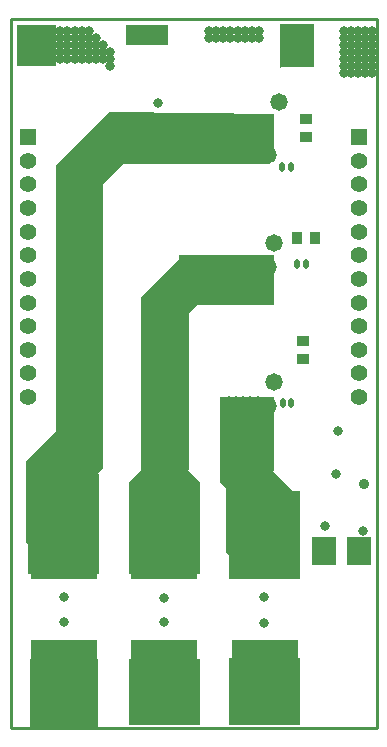
<source format=gbs>
G04*
G04 #@! TF.GenerationSoftware,Altium Limited,Altium Designer,22.10.1 (41)*
G04*
G04 Layer_Color=16711935*
%FSLAX25Y25*%
%MOIN*%
G70*
G04*
G04 #@! TF.SameCoordinates,59214271-F8BB-42CD-AB19-65BC4A0A980D*
G04*
G04*
G04 #@! TF.FilePolarity,Negative*
G04*
G01*
G75*
%ADD13C,0.01000*%
%ADD34R,0.03556X0.04343*%
G04:AMPARAMS|DCode=37|XSize=19.81mil|YSize=31.62mil|CornerRadius=8.13mil|HoleSize=0mil|Usage=FLASHONLY|Rotation=180.000|XOffset=0mil|YOffset=0mil|HoleType=Round|Shape=RoundedRectangle|*
%AMROUNDEDRECTD37*
21,1,0.01981,0.01535,0,0,180.0*
21,1,0.00354,0.03162,0,0,180.0*
1,1,0.01627,-0.00177,0.00768*
1,1,0.01627,0.00177,0.00768*
1,1,0.01627,0.00177,-0.00768*
1,1,0.01627,-0.00177,-0.00768*
%
%ADD37ROUNDEDRECTD37*%
%ADD38O,0.01981X0.03162*%
%ADD47R,0.04343X0.03556*%
%ADD48C,0.05524*%
%ADD49R,0.05524X0.05524*%
%ADD50C,0.03162*%
%ADD51C,0.03600*%
%ADD52C,0.05800*%
%ADD67R,0.22453X0.12020*%
%ADD68R,0.07887X0.09658*%
G36*
X58268Y227559D02*
X44488D01*
Y234252D01*
X58268D01*
Y227559D01*
D02*
G37*
G36*
X20866Y220472D02*
X20866Y220472D01*
X7874D01*
X7874Y234252D01*
X20866D01*
Y220472D01*
D02*
G37*
G36*
X107087Y234646D02*
Y220079D01*
X96063D01*
X95669Y219685D01*
X95669Y234646D01*
X107087D01*
X107087Y234646D01*
X107087Y234646D01*
D02*
G37*
G36*
X93504Y140748D02*
X69095D01*
X68504Y141339D01*
X65354Y138189D01*
Y86221D01*
X64961Y85827D01*
X68898Y81890D01*
Y51181D01*
X45276D01*
Y81890D01*
X49213Y85827D01*
Y143307D01*
X62008Y156102D01*
Y157480D01*
X93504D01*
Y140748D01*
D02*
G37*
G36*
Y204724D02*
Y189604D01*
X91892Y187992D01*
X43504D01*
X36614Y181102D01*
Y86614D01*
X35039Y85039D01*
X35433Y84646D01*
Y51181D01*
X11811D01*
Y61024D01*
X11024Y61811D01*
Y88976D01*
X20866Y98819D01*
Y187402D01*
X38583Y205118D01*
X40551D01*
X93504Y204724D01*
D02*
G37*
G36*
Y85630D02*
X93307Y85433D01*
X100000Y78740D01*
X102362D01*
Y50000D01*
X101969Y49606D01*
X78740D01*
Y57480D01*
X77559Y58661D01*
Y79921D01*
X75787Y81693D01*
Y110236D01*
X93504D01*
Y85630D01*
D02*
G37*
G36*
X102362Y787D02*
X78740D01*
Y23228D01*
X102362D01*
Y787D01*
D02*
G37*
G36*
X68898D02*
X45276D01*
Y22835D01*
X68898D01*
Y787D01*
D02*
G37*
G36*
X35039Y394D02*
X12205D01*
Y22835D01*
X35039D01*
Y394D01*
D02*
G37*
D13*
X127953Y0D02*
Y236221D01*
X5906Y0D02*
X127953D01*
X5906D02*
Y236221D01*
X127953D01*
D34*
X101378Y163386D02*
D03*
X107283D02*
D03*
D37*
X96555Y108268D02*
D03*
X101476Y154528D02*
D03*
X96457Y187008D02*
D03*
D38*
X99410Y108268D02*
D03*
X104331Y154528D02*
D03*
X99311Y187008D02*
D03*
D47*
X103347Y123031D02*
D03*
Y128937D02*
D03*
X104331Y202756D02*
D03*
Y196850D02*
D03*
D48*
X122047Y110236D02*
D03*
Y118110D02*
D03*
Y125984D02*
D03*
Y133858D02*
D03*
Y141732D02*
D03*
Y149606D02*
D03*
Y157480D02*
D03*
Y165354D02*
D03*
Y173228D02*
D03*
Y181102D02*
D03*
Y188976D02*
D03*
X11811Y110236D02*
D03*
Y118110D02*
D03*
Y125984D02*
D03*
Y133858D02*
D03*
Y141732D02*
D03*
Y149606D02*
D03*
Y157480D02*
D03*
Y165354D02*
D03*
Y173228D02*
D03*
Y181102D02*
D03*
Y188976D02*
D03*
D49*
X122047Y196850D02*
D03*
X11811D02*
D03*
D50*
X38976Y225196D02*
D03*
Y222834D02*
D03*
Y220472D02*
D03*
X36614Y227558D02*
D03*
Y225196D02*
D03*
Y222834D02*
D03*
X34251Y229920D02*
D03*
Y227558D02*
D03*
Y225196D02*
D03*
Y222834D02*
D03*
X31889Y232283D02*
D03*
Y229920D02*
D03*
Y227558D02*
D03*
Y225196D02*
D03*
Y222834D02*
D03*
X29527Y232283D02*
D03*
Y229920D02*
D03*
Y227558D02*
D03*
Y225196D02*
D03*
Y222834D02*
D03*
X27165Y232283D02*
D03*
Y229920D02*
D03*
Y227558D02*
D03*
Y225196D02*
D03*
Y222834D02*
D03*
X24803Y232283D02*
D03*
Y229920D02*
D03*
Y227558D02*
D03*
Y225196D02*
D03*
Y222834D02*
D03*
X22440Y232283D02*
D03*
Y229920D02*
D03*
Y227558D02*
D03*
Y225196D02*
D03*
Y222834D02*
D03*
X20078Y232283D02*
D03*
Y229920D02*
D03*
Y227558D02*
D03*
Y225196D02*
D03*
Y222834D02*
D03*
X17716Y232283D02*
D03*
Y229920D02*
D03*
Y227558D02*
D03*
Y225196D02*
D03*
Y222834D02*
D03*
X15354Y232283D02*
D03*
Y229920D02*
D03*
Y227558D02*
D03*
Y225196D02*
D03*
Y222834D02*
D03*
X12991Y232283D02*
D03*
Y229920D02*
D03*
Y227558D02*
D03*
Y225196D02*
D03*
Y222834D02*
D03*
X10629Y232283D02*
D03*
Y229920D02*
D03*
Y227558D02*
D03*
Y225196D02*
D03*
Y222834D02*
D03*
X126377Y232283D02*
D03*
Y229920D02*
D03*
Y227558D02*
D03*
Y225196D02*
D03*
Y222834D02*
D03*
Y220472D02*
D03*
Y218109D02*
D03*
X124015Y232283D02*
D03*
Y229920D02*
D03*
Y227558D02*
D03*
Y225196D02*
D03*
Y222834D02*
D03*
Y220472D02*
D03*
Y218109D02*
D03*
X121653Y232283D02*
D03*
Y229920D02*
D03*
Y227558D02*
D03*
Y225196D02*
D03*
Y222834D02*
D03*
Y220472D02*
D03*
Y218109D02*
D03*
X119290Y232283D02*
D03*
Y229920D02*
D03*
Y227558D02*
D03*
Y225196D02*
D03*
Y222834D02*
D03*
Y220472D02*
D03*
Y218109D02*
D03*
X116928Y232283D02*
D03*
Y229920D02*
D03*
Y227558D02*
D03*
Y225196D02*
D03*
Y222834D02*
D03*
Y220472D02*
D03*
Y218109D02*
D03*
X88582Y232283D02*
D03*
Y229920D02*
D03*
X86220Y232283D02*
D03*
Y229920D02*
D03*
X83858Y232283D02*
D03*
Y229920D02*
D03*
X81495Y232283D02*
D03*
Y229920D02*
D03*
X79133Y232283D02*
D03*
Y229920D02*
D03*
X76771Y232283D02*
D03*
Y229920D02*
D03*
X74409Y232283D02*
D03*
Y229920D02*
D03*
X72047Y232283D02*
D03*
Y229920D02*
D03*
X55118Y208268D02*
D03*
X81495Y19685D02*
D03*
X83858D02*
D03*
X86220D02*
D03*
X88582D02*
D03*
X90944D02*
D03*
X93306D02*
D03*
X95669D02*
D03*
X98031D02*
D03*
X100393D02*
D03*
X81495Y17322D02*
D03*
X83858D02*
D03*
X86220D02*
D03*
X88582D02*
D03*
X90944D02*
D03*
X93306D02*
D03*
X95669D02*
D03*
X98031D02*
D03*
X100393D02*
D03*
Y14960D02*
D03*
Y12598D02*
D03*
Y10236D02*
D03*
Y7874D02*
D03*
Y5511D02*
D03*
Y3149D02*
D03*
X98031Y14960D02*
D03*
Y12598D02*
D03*
Y10236D02*
D03*
Y7874D02*
D03*
Y5511D02*
D03*
Y3149D02*
D03*
X95669Y14960D02*
D03*
Y12598D02*
D03*
Y10236D02*
D03*
Y7874D02*
D03*
Y5511D02*
D03*
Y3149D02*
D03*
X93306Y14960D02*
D03*
Y12598D02*
D03*
Y10236D02*
D03*
Y7874D02*
D03*
Y5511D02*
D03*
Y3149D02*
D03*
X90944Y14960D02*
D03*
Y12598D02*
D03*
Y10236D02*
D03*
Y7874D02*
D03*
Y5511D02*
D03*
Y3149D02*
D03*
X88582Y14960D02*
D03*
Y12598D02*
D03*
Y10236D02*
D03*
Y7874D02*
D03*
Y5511D02*
D03*
Y3149D02*
D03*
X86220Y14960D02*
D03*
Y12598D02*
D03*
Y10236D02*
D03*
Y7874D02*
D03*
Y5511D02*
D03*
Y3149D02*
D03*
X83858Y14960D02*
D03*
Y12598D02*
D03*
Y10236D02*
D03*
Y7874D02*
D03*
Y5511D02*
D03*
Y3149D02*
D03*
X81495Y14960D02*
D03*
Y12598D02*
D03*
Y10236D02*
D03*
Y7874D02*
D03*
Y5511D02*
D03*
Y3149D02*
D03*
X48425Y19685D02*
D03*
X50787D02*
D03*
X53149D02*
D03*
X55511D02*
D03*
X57873D02*
D03*
X60236D02*
D03*
X62598D02*
D03*
X64960D02*
D03*
X67322D02*
D03*
X48425Y17322D02*
D03*
X50787D02*
D03*
X53149D02*
D03*
X55511D02*
D03*
X57873D02*
D03*
X60236D02*
D03*
X62598D02*
D03*
X64960D02*
D03*
X67322D02*
D03*
Y14960D02*
D03*
Y12598D02*
D03*
Y10236D02*
D03*
Y7874D02*
D03*
Y5511D02*
D03*
Y3149D02*
D03*
X64960Y14960D02*
D03*
Y12598D02*
D03*
Y10236D02*
D03*
Y7874D02*
D03*
Y5511D02*
D03*
Y3149D02*
D03*
X62598Y14960D02*
D03*
Y12598D02*
D03*
Y10236D02*
D03*
Y7874D02*
D03*
Y5511D02*
D03*
Y3149D02*
D03*
X60236Y14960D02*
D03*
Y12598D02*
D03*
Y10236D02*
D03*
Y7874D02*
D03*
Y5511D02*
D03*
Y3149D02*
D03*
X57873Y14960D02*
D03*
Y12598D02*
D03*
Y10236D02*
D03*
Y7874D02*
D03*
Y5511D02*
D03*
Y3149D02*
D03*
X55511Y14960D02*
D03*
Y12598D02*
D03*
Y10236D02*
D03*
Y7874D02*
D03*
Y5511D02*
D03*
Y3149D02*
D03*
X53149Y14960D02*
D03*
Y12598D02*
D03*
Y10236D02*
D03*
Y7874D02*
D03*
Y5511D02*
D03*
Y3149D02*
D03*
X50787Y14960D02*
D03*
Y12598D02*
D03*
Y10236D02*
D03*
Y7874D02*
D03*
Y5511D02*
D03*
Y3149D02*
D03*
X48425Y14960D02*
D03*
Y12598D02*
D03*
Y10236D02*
D03*
Y7874D02*
D03*
Y5511D02*
D03*
Y3149D02*
D03*
X15354Y19685D02*
D03*
X17716D02*
D03*
X20078D02*
D03*
X22440D02*
D03*
X24803D02*
D03*
X27165D02*
D03*
X29527D02*
D03*
X31889D02*
D03*
X15354Y17322D02*
D03*
X17716D02*
D03*
X20078D02*
D03*
X22440D02*
D03*
X24803D02*
D03*
X27165D02*
D03*
X29527D02*
D03*
X31889D02*
D03*
Y14960D02*
D03*
Y12598D02*
D03*
Y10236D02*
D03*
Y7874D02*
D03*
Y5511D02*
D03*
Y3149D02*
D03*
X29527Y14960D02*
D03*
Y12598D02*
D03*
Y10236D02*
D03*
Y7874D02*
D03*
Y5511D02*
D03*
Y3149D02*
D03*
X27165Y14960D02*
D03*
Y12598D02*
D03*
Y10236D02*
D03*
Y7874D02*
D03*
Y5511D02*
D03*
Y3149D02*
D03*
X24803Y14960D02*
D03*
Y12598D02*
D03*
Y10236D02*
D03*
Y7874D02*
D03*
Y5511D02*
D03*
Y3149D02*
D03*
X22440Y14960D02*
D03*
Y12598D02*
D03*
Y10236D02*
D03*
Y7874D02*
D03*
Y5511D02*
D03*
Y3149D02*
D03*
X20078Y14960D02*
D03*
Y12598D02*
D03*
Y10236D02*
D03*
Y7874D02*
D03*
Y5511D02*
D03*
Y3149D02*
D03*
X17716Y14960D02*
D03*
Y12598D02*
D03*
Y10236D02*
D03*
Y7874D02*
D03*
Y5511D02*
D03*
Y3149D02*
D03*
X15354Y14960D02*
D03*
Y12598D02*
D03*
Y10236D02*
D03*
Y7874D02*
D03*
Y5511D02*
D03*
Y3149D02*
D03*
X78739Y109055D02*
D03*
X81102D02*
D03*
X83464D02*
D03*
X85826D02*
D03*
X88188D02*
D03*
X78739Y107086D02*
D03*
X81102D02*
D03*
X83464D02*
D03*
X85826D02*
D03*
X88188D02*
D03*
X90550Y104723D02*
D03*
X88187D02*
D03*
X85825D02*
D03*
X83463D02*
D03*
X81101D02*
D03*
X78739D02*
D03*
X90944Y95275D02*
D03*
X88582D02*
D03*
X86220D02*
D03*
X83858D02*
D03*
X81495D02*
D03*
X79133D02*
D03*
X90944Y97637D02*
D03*
X88582D02*
D03*
X86220D02*
D03*
X83858D02*
D03*
X81495D02*
D03*
X79133D02*
D03*
X90944Y99999D02*
D03*
X88582D02*
D03*
X86220D02*
D03*
X83858D02*
D03*
X81495D02*
D03*
X79133D02*
D03*
X90944Y102362D02*
D03*
X88582D02*
D03*
X86220D02*
D03*
X83858D02*
D03*
X81495D02*
D03*
X79133D02*
D03*
X74409Y142519D02*
D03*
X76771D02*
D03*
Y144881D02*
D03*
Y147243D02*
D03*
Y151968D02*
D03*
X76377Y154330D02*
D03*
X78739D02*
D03*
X81102D02*
D03*
X83464D02*
D03*
X85826D02*
D03*
X88188D02*
D03*
X79133Y151968D02*
D03*
X81495D02*
D03*
X83858D02*
D03*
X86220D02*
D03*
X88582D02*
D03*
X79133Y142519D02*
D03*
X81495D02*
D03*
X83858D02*
D03*
X86220D02*
D03*
X88582D02*
D03*
X79133Y144881D02*
D03*
X81495D02*
D03*
X83858D02*
D03*
X86220D02*
D03*
X88582D02*
D03*
X79133Y147243D02*
D03*
X81495D02*
D03*
X83858D02*
D03*
X86220D02*
D03*
X88582D02*
D03*
Y149606D02*
D03*
X86220D02*
D03*
X83858D02*
D03*
X81495D02*
D03*
X79133D02*
D03*
X76771D02*
D03*
X74409Y154330D02*
D03*
Y151968D02*
D03*
Y149606D02*
D03*
Y147243D02*
D03*
Y144881D02*
D03*
X72047Y154330D02*
D03*
Y151968D02*
D03*
Y149606D02*
D03*
Y147243D02*
D03*
Y144881D02*
D03*
Y142519D02*
D03*
X69684Y154330D02*
D03*
Y151968D02*
D03*
Y149606D02*
D03*
Y147243D02*
D03*
Y144881D02*
D03*
Y142519D02*
D03*
X114862Y98917D02*
D03*
X123425Y65551D02*
D03*
X110728Y67126D02*
D03*
X90354Y34744D02*
D03*
X90453Y43602D02*
D03*
X57087Y35138D02*
D03*
X23524Y43602D02*
D03*
Y35335D02*
D03*
X57087Y43110D02*
D03*
X114469Y84547D02*
D03*
X90550Y201476D02*
D03*
X90747Y199113D02*
D03*
X88385D02*
D03*
X88188Y201476D02*
D03*
X86023Y199113D02*
D03*
X90944Y196850D02*
D03*
X88582D02*
D03*
X86220D02*
D03*
X85826Y201476D02*
D03*
X83464D02*
D03*
X81102D02*
D03*
X78838Y201574D02*
D03*
X83858Y196850D02*
D03*
X83661Y199113D02*
D03*
X81495Y196850D02*
D03*
X81298Y199113D02*
D03*
X79133Y199212D02*
D03*
X79133Y196850D02*
D03*
X76672Y201476D02*
D03*
X74409Y201574D02*
D03*
X76771Y199212D02*
D03*
X74409D02*
D03*
X72047D02*
D03*
Y201574D02*
D03*
X74409Y196850D02*
D03*
X76771D02*
D03*
X76672Y194487D02*
D03*
X74409D02*
D03*
X72047Y192125D02*
D03*
Y194487D02*
D03*
X74409Y192125D02*
D03*
X69684Y201574D02*
D03*
X72047Y196850D02*
D03*
X69684Y199212D02*
D03*
Y192125D02*
D03*
Y196850D02*
D03*
Y194487D02*
D03*
X72047Y189763D02*
D03*
X74409D02*
D03*
X69684D02*
D03*
X76968Y189665D02*
D03*
X76869Y192125D02*
D03*
X79527Y189468D02*
D03*
X81889D02*
D03*
X84251D02*
D03*
X86613D02*
D03*
X88976D02*
D03*
X79428Y192027D02*
D03*
X81791D02*
D03*
X84153D02*
D03*
X86515D02*
D03*
X88877D02*
D03*
X81692Y194487D02*
D03*
X84054D02*
D03*
X86417D02*
D03*
X88779D02*
D03*
X91141D02*
D03*
X79133Y194487D02*
D03*
D51*
X123622Y81201D02*
D03*
D52*
X91535Y190945D02*
D03*
X95472Y208661D02*
D03*
X93504Y115157D02*
D03*
X91535Y107283D02*
D03*
Y153543D02*
D03*
X93504Y161417D02*
D03*
D67*
X23622Y23228D02*
D03*
Y55512D02*
D03*
X57087Y55512D02*
D03*
Y23228D02*
D03*
X90551Y55512D02*
D03*
Y23228D02*
D03*
D68*
X121850Y59055D02*
D03*
X110433D02*
D03*
M02*

</source>
